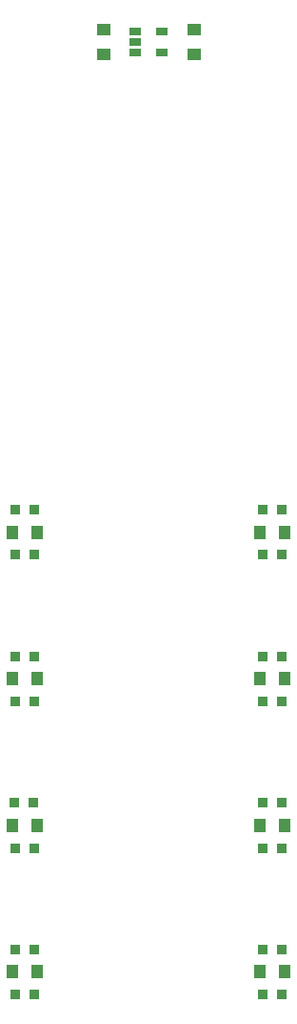
<source format=gbp>
G04 Layer_Color=128*
%FSLAX43Y43*%
%MOMM*%
G71*
G01*
G75*
%ADD21R,1.000X0.700*%
%ADD22R,1.300X1.000*%
%ADD23R,1.000X1.300*%
%ADD24R,0.900X0.900*%
D21*
X101200Y196550D02*
D03*
Y198450D02*
D03*
X98800D02*
D03*
Y197500D02*
D03*
Y196550D02*
D03*
D22*
X104000Y196400D02*
D03*
Y198600D02*
D03*
X96000Y196400D02*
D03*
Y198600D02*
D03*
D23*
X112100Y128000D02*
D03*
X109900D02*
D03*
X87900D02*
D03*
X90100D02*
D03*
X87900Y141000D02*
D03*
X90100D02*
D03*
X87900Y154000D02*
D03*
X90100D02*
D03*
X112100Y141000D02*
D03*
X109900D02*
D03*
X112100Y154000D02*
D03*
X109900D02*
D03*
X87900Y115000D02*
D03*
X90100D02*
D03*
X112100D02*
D03*
X109900D02*
D03*
D24*
X88150Y126000D02*
D03*
X89850D02*
D03*
X88150Y139000D02*
D03*
X89850D02*
D03*
X88150Y152000D02*
D03*
X89850D02*
D03*
X89700Y130000D02*
D03*
X88000D02*
D03*
X89850Y143000D02*
D03*
X88150D02*
D03*
X89850Y156000D02*
D03*
X88150D02*
D03*
X111850Y126000D02*
D03*
X110150D02*
D03*
X111850Y139000D02*
D03*
X110150D02*
D03*
X111850Y152000D02*
D03*
X110150D02*
D03*
X110150Y130000D02*
D03*
X111850D02*
D03*
X110150Y143000D02*
D03*
X111850D02*
D03*
X110150Y156000D02*
D03*
X111850D02*
D03*
X88150Y113000D02*
D03*
X89850D02*
D03*
X89850Y117000D02*
D03*
X88150D02*
D03*
X110150D02*
D03*
X111850D02*
D03*
X111850Y113000D02*
D03*
X110150D02*
D03*
M02*

</source>
